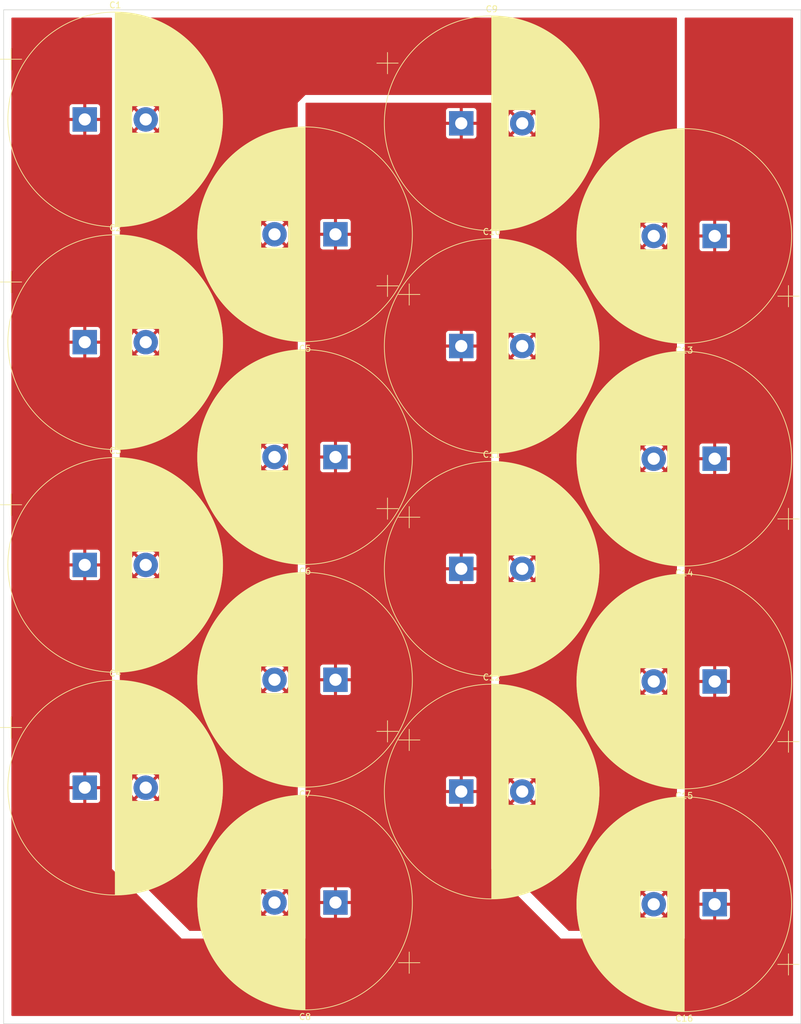
<source format=kicad_pcb>
(kicad_pcb (version 20221018) (generator pcbnew)
  (layers (0 "F.Cu" signal) (31 "B.Cu" signal) (34 "B.Paste" user) (35 "F.Paste" user) (36 "B.SilkS" user "B.Silkscreen") (37 "F.SilkS" user "F.Silkscreen") (38 "B.Mask" user) (39 "F.Mask" user) (44 "Edge.Cuts" user))
  (net 0 "")
  (net 1 "+")
  (net 2 "GND")
  (footprint "Capacitor_THT:CP_Radial_D35.0mm_P10.00mm_SnapIn" (layer "F.Cu") (at 140.81 97.79 180)
    (fp_text reference "C14" (at 5 -18.75) (layer "F.SilkS"))
    (fp_text value "0,33F 16V")
    (pad "1" thru_hole rect (at 0 0 180) (size 4 4) (drill 2) (layers "*.Cu" "*.Mask") (net 1 "+"))
    (pad "2" thru_hole circle (at 10 0 180) (size 4 4) (drill 2) (layers "*.Cu" "*.Mask") (net 2 "GND"))
  )
  (footprint "Capacitor_THT:CP_Radial_D35.0mm_P10.00mm_SnapIn" (layer "F.Cu") (at 99.22 79.3)
    (fp_text reference "C10" (at 5 -18.75) (layer "F.SilkS"))
    (fp_text value "0,33F 16V")
    (pad "1" thru_hole rect (at 0 0) (size 4 4) (drill 2) (layers "*.Cu" "*.Mask") (net 1 "+"))
    (pad "2" thru_hole circle (at 10 0) (size 4 4) (drill 2) (layers "*.Cu" "*.Mask") (net 2 "GND"))
  )
  (footprint "Capacitor_THT:CP_Radial_D35.0mm_P10.00mm_SnapIn" (layer "F.Cu") (at 99.22 42.75)
    (fp_text reference "C9" (at 5 -18.75) (layer "F.SilkS"))
    (fp_text value "0,33F 16V")
    (pad "1" thru_hole rect (at 0 0) (size 4 4) (drill 2) (layers "*.Cu" "*.Mask") (net 1 "+"))
    (pad "2" thru_hole circle (at 10 0) (size 4 4) (drill 2) (layers "*.Cu" "*.Mask") (net 2 "GND"))
  )
  (footprint "Capacitor_THT:CP_Radial_D35.0mm_P10.00mm_SnapIn" (layer "F.Cu") (at 78.58 97.51 180)
    (fp_text reference "C6" (at 5 -18.75) (layer "F.SilkS"))
    (fp_text value "0,33F 16V")
    (pad "1" thru_hole rect (at 0 0 180) (size 4 4) (drill 2) (layers "*.Cu" "*.Mask") (net 1 "+"))
    (pad "2" thru_hole circle (at 10 0 180) (size 4 4) (drill 2) (layers "*.Cu" "*.Mask") (net 2 "GND"))
  )
  (footprint "Capacitor_THT:CP_Radial_D35.0mm_P10.00mm_SnapIn" (layer "F.Cu") (at 140.81 170.89 180)
    (fp_text reference "C16" (at 5 -18.75) (layer "F.SilkS"))
    (fp_text value "0,33F 16V")
    (pad "1" thru_hole rect (at 0 0 180) (size 4 4) (drill 2) (layers "*.Cu" "*.Mask") (net 1 "+"))
    (pad "2" thru_hole circle (at 10 0 180) (size 4 4) (drill 2) (layers "*.Cu" "*.Mask") (net 2 "GND"))
  )
  (footprint "Capacitor_THT:CP_Radial_D35.0mm_P10.00mm_SnapIn" (layer "F.Cu") (at 37.442495 151.765)
    (fp_text reference "C4" (at 5 -18.75) (layer "F.SilkS"))
    (fp_text value "0,33F 16V")
    (pad "1" thru_hole rect (at 0 0) (size 4 4) (drill 2) (layers "*.Cu" "*.Mask") (net 1 "+"))
    (pad "2" thru_hole circle (at 10 0) (size 4 4) (drill 2) (layers "*.Cu" "*.Mask") (net 2 "GND"))
  )
  (footprint "Capacitor_THT:CP_Radial_D35.0mm_P10.00mm_SnapIn" (layer "F.Cu") (at 78.58 134.06 180)
    (fp_text reference "C7" (at 5 -18.75) (layer "F.SilkS"))
    (fp_text value "0,33F 16V")
    (pad "1" thru_hole rect (at 0 0 180) (size 4 4) (drill 2) (layers "*.Cu" "*.Mask") (net 1 "+"))
    (pad "2" thru_hole circle (at 10 0 180) (size 4 4) (drill 2) (layers "*.Cu" "*.Mask") (net 2 "GND"))
  )
  (footprint "Capacitor_THT:CP_Radial_D35.0mm_P10.00mm_SnapIn" (layer "F.Cu") (at 140.81 61.24 180)
    (fp_text reference "C13" (at 5 -18.75) (layer "F.SilkS"))
    (fp_text value "0,33F 16V")
    (pad "1" thru_hole rect (at 0 0 180) (size 4 4) (drill 2) (layers "*.Cu" "*.Mask") (net 1 "+"))
    (pad "2" thru_hole circle (at 10 0 180) (size 4 4) (drill 2) (layers "*.Cu" "*.Mask") (net 2 "GND"))
  )
  (footprint "Capacitor_THT:CP_Radial_D35.0mm_P10.00mm_SnapIn" (layer "F.Cu") (at 37.442495 115.215)
    (fp_text reference "C3" (at 5 -18.75) (layer "F.SilkS"))
    (fp_text value "0,33F 16V")
    (pad "1" thru_hole rect (at 0 0) (size 4 4) (drill 2) (layers "*.Cu" "*.Mask") (net 1 "+"))
    (pad "2" thru_hole circle (at 10 0) (size 4 4) (drill 2) (layers "*.Cu" "*.Mask") (net 2 "GND"))
  )
  (footprint "Capacitor_THT:CP_Radial_D35.0mm_P10.00mm_SnapIn" (layer "F.Cu") (at 99.22 152.4)
    (fp_text reference "C12" (at 5 -18.75) (layer "F.SilkS"))
    (fp_text value "0,33F 16V")
    (pad "1" thru_hole rect (at 0 0) (size 4 4) (drill 2) (layers "*.Cu" "*.Mask") (net 1 "+"))
    (pad "2" thru_hole circle (at 10 0) (size 4 4) (drill 2) (layers "*.Cu" "*.Mask") (net 2 "GND"))
  )
  (footprint "Capacitor_THT:CP_Radial_D35.0mm_P10.00mm_SnapIn" (layer "F.Cu") (at 78.58 60.96 180)
    (fp_text reference "C5" (at 5 -18.75) (layer "F.SilkS"))
    (fp_text value "0,33F 16V")
    (pad "1" thru_hole rect (at 0 0 180) (size 4 4) (drill 2) (layers "*.Cu" "*.Mask") (net 1 "+"))
    (pad "2" thru_hole circle (at 10 0 180) (size 4 4) (drill 2) (layers "*.Cu" "*.Mask") (net 2 "GND"))
  )
  (footprint "Capacitor_THT:CP_Radial_D35.0mm_P10.00mm_SnapIn" (layer "F.Cu") (at 78.58 170.61 180)
    (fp_text reference "C8" (at 5 -18.75) (layer "F.SilkS"))
    (fp_text value "0,33F 16V")
    (pad "1" thru_hole rect (at 0 0 180) (size 4 4) (drill 2) (layers "*.Cu" "*.Mask") (net 1 "+"))
    (pad "2" thru_hole circle (at 10 0 180) (size 4 4) (drill 2) (layers "*.Cu" "*.Mask") (net 2 "GND"))
  )
  (footprint "Capacitor_THT:CP_Radial_D35.0mm_P10.00mm_SnapIn" (layer "F.Cu") (at 140.81 134.34 180)
    (fp_text reference "C15" (at 5 -18.75) (layer "F.SilkS"))
    (fp_text value "0,33F 16V")
    (pad "1" thru_hole rect (at 0 0 180) (size 4 4) (drill 2) (layers "*.Cu" "*.Mask") (net 1 "+"))
    (pad "2" thru_hole circle (at 10 0 180) (size 4 4) (drill 2) (layers "*.Cu" "*.Mask") (net 2 "GND"))
  )
  (footprint "Capacitor_THT:CP_Radial_D35.0mm_P10.00mm_SnapIn" (layer "F.Cu") (at 99.22 115.85)
    (fp_text reference "C11" (at 5 -18.75) (layer "F.SilkS"))
    (fp_text value "0,33F 16V")
    (pad "1" thru_hole rect (at 0 0) (size 4 4) (drill 2) (layers "*.Cu" "*.Mask") (net 1 "+"))
    (pad "2" thru_hole circle (at 10 0) (size 4 4) (drill 2) (layers "*.Cu" "*.Mask") (net 2 "GND"))
  )
  (footprint "Capacitor_THT:CP_Radial_D35.0mm_P10.00mm_SnapIn" (layer "F.Cu") (at 37.442495 42.115)
    (fp_text reference "C1" (at 5 -18.75) (layer "F.SilkS"))
    (fp_text value "0,33F 16V")
    (pad "1" thru_hole rect (at 0 0) (size 4 4) (drill 2) (layers "*.Cu" "*.Mask") (net 1 "+"))
    (pad "2" thru_hole circle (at 10 0) (size 4 4) (drill 2) (layers "*.Cu" "*.Mask") (net 2 "GND"))
  )
  (footprint "Capacitor_THT:CP_Radial_D35.0mm_P10.00mm_SnapIn" (layer "F.Cu") (at 37.442495 78.665)
    (fp_text reference "C2" (at 5 -18.75) (layer "F.SilkS"))
    (fp_text value "0,33F 16V")
    (pad "1" thru_hole rect (at 0 0) (size 4 4) (drill 2) (layers "*.Cu" "*.Mask") (net 1 "+"))
    (pad "2" thru_hole circle (at 10 0) (size 4 4) (drill 2) (layers "*.Cu" "*.Mask") (net 2 "GND"))
  )
  (gr_line (start 154.94 24.13) (end 154.94 190.5) (stroke (width 0.1)) (layer "Edge.Cuts"))
  (gr_line (start 24.13 190.5) (end 24.13 24.13) (stroke (width 0.1)) (layer "Edge.Cuts"))
  (gr_line (start 24.13 24.13) (end 154.94 24.13) (stroke (width 0.1)) (layer "Edge.Cuts"))
  (gr_line (start 154.94 190.5) (end 24.13 190.5) (stroke (width 0.1)) (layer "Edge.Cuts"))
  (zone (net 1) (net_name "+") (layer "F.Cu") (priority 1) (connect_pads (clearance 0.5)) (min_thickness 0.25) (fill yes (thermal_gap 0.5) (thermal_bridge_width 0.5))
    (polygon (pts (xy 104.14 39.37) (xy 104.14 165.1) (xy 115.57 176.53) (xy 135.89 176.53) (xy 135.89 25.4) (xy 153.67 25.4) (xy 153.67 189.23) (xy 25.4 189.23) (xy 25.4 25.4) (xy 41.91 25.4) (xy 41.91 165.1) (xy 53.34 176.53) (xy 73.66 176.53) (xy 73.66 39.37)))
  )
  (zone (net 2) (net_name "GND") (layer "F.Cu") (connect_pads (clearance 0.5)) (min_thickness 0.25) (fill yes (thermal_gap 0.5) (thermal_bridge_width 0.5))
    (polygon (pts (xy 43.18 25.4) (xy 43.18 163.83) (xy 54.61 175.26) (xy 72.39 175.26) (xy 72.39 39.37) (xy 73.66 38.1) (xy 105.41 38.1) (xy 105.41 163.83) (xy 116.84 175.26) (xy 134.62 175.26) (xy 134.62 25.4) (xy 110.49 25.4)))
  )
)
</source>
